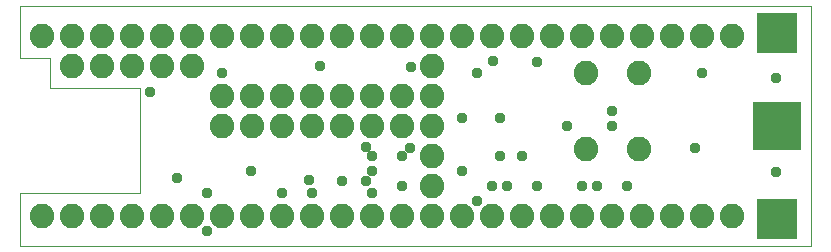
<source format=gts>
G75*
G70*
%OFA0B0*%
%FSLAX24Y24*%
%IPPOS*%
%LPD*%
%AMOC8*
5,1,8,0,0,1.08239X$1,22.5*
%
%ADD10C,0.0000*%
%ADD11C,0.0820*%
%ADD12R,0.1640X0.1640*%
%ADD13R,0.1330X0.1330*%
%ADD14OC8,0.0350*%
D10*
X000300Y002393D02*
X000300Y004143D01*
X004050Y004143D01*
X004300Y004143D01*
X004300Y007643D01*
X002050Y007643D01*
X001300Y007643D01*
X001300Y008643D01*
X000300Y008643D01*
X000300Y010389D01*
X000300Y010393D01*
X000300Y010389D02*
X026678Y010389D01*
X026678Y002393D01*
X000300Y002393D01*
D11*
X001050Y003393D03*
X002050Y003393D03*
X003050Y003393D03*
X004050Y003393D03*
X005050Y003393D03*
X006050Y003393D03*
X007050Y003393D03*
X008050Y003393D03*
X009050Y003393D03*
X010050Y003393D03*
X011050Y003393D03*
X012050Y003393D03*
X013050Y003393D03*
X014050Y003393D03*
X015050Y003393D03*
X016050Y003393D03*
X017050Y003393D03*
X018050Y003393D03*
X019050Y003393D03*
X020050Y003393D03*
X021050Y003393D03*
X022050Y003393D03*
X023050Y003393D03*
X024050Y003393D03*
X020940Y005613D03*
X019160Y005613D03*
X014050Y005393D03*
X014050Y006393D03*
X013050Y006393D03*
X012050Y006393D03*
X011050Y006393D03*
X010050Y006393D03*
X009050Y006393D03*
X008050Y006393D03*
X007050Y006393D03*
X007050Y007393D03*
X008050Y007393D03*
X009050Y007393D03*
X010050Y007393D03*
X011050Y007393D03*
X012050Y007393D03*
X013050Y007393D03*
X014050Y007393D03*
X014050Y008393D03*
X014050Y009393D03*
X015050Y009393D03*
X016050Y009393D03*
X017050Y009393D03*
X018050Y009393D03*
X019050Y009393D03*
X020050Y009393D03*
X021050Y009393D03*
X022050Y009393D03*
X023050Y009393D03*
X024050Y009393D03*
X020940Y008173D03*
X019160Y008173D03*
X013050Y009393D03*
X012050Y009393D03*
X011050Y009393D03*
X010050Y009393D03*
X009050Y009393D03*
X008050Y009393D03*
X007050Y009393D03*
X006050Y009393D03*
X005050Y009393D03*
X004050Y009393D03*
X003050Y009393D03*
X002050Y009393D03*
X001050Y009393D03*
X002050Y008393D03*
X003050Y008393D03*
X004050Y008393D03*
X005050Y008393D03*
X006050Y008393D03*
X014050Y004393D03*
D12*
X025550Y006393D03*
D13*
X025550Y003293D03*
X025550Y009493D03*
D14*
X023050Y008143D03*
X025510Y007993D03*
X022800Y005643D03*
X020550Y004393D03*
X019550Y004393D03*
X019050Y004393D03*
X017550Y004393D03*
X016550Y004393D03*
X016050Y004393D03*
X015550Y003893D03*
X015050Y004893D03*
X016300Y005393D03*
X017050Y005393D03*
X018550Y006393D03*
X020050Y006393D03*
X020050Y006893D03*
X017540Y008523D03*
X016080Y008543D03*
X015550Y008143D03*
X013330Y008363D03*
X010300Y008393D03*
X007050Y008143D03*
X004640Y007513D03*
X008020Y004903D03*
X009050Y004143D03*
X010050Y004143D03*
X009950Y004593D03*
X011050Y004543D03*
X011850Y004543D03*
X012050Y004893D03*
X012050Y005393D03*
X011830Y005703D03*
X013050Y005393D03*
X013320Y005663D03*
X015050Y006643D03*
X016300Y006643D03*
X013040Y004393D03*
X012050Y004143D03*
X006550Y004143D03*
X005550Y004643D03*
X006550Y002893D03*
X025500Y004853D03*
M02*

</source>
